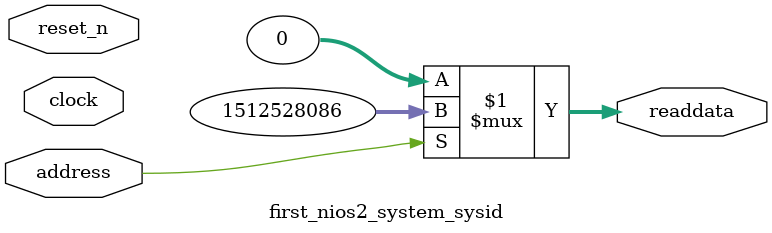
<source format=v>



// synthesis translate_off
`timescale 1ns / 1ps
// synthesis translate_on

// turn off superfluous verilog processor warnings 
// altera message_level Level1 
// altera message_off 10034 10035 10036 10037 10230 10240 10030 

module first_nios2_system_sysid (
               // inputs:
                address,
                clock,
                reset_n,

               // outputs:
                readdata
             )
;

  output  [ 31: 0] readdata;
  input            address;
  input            clock;
  input            reset_n;

  wire    [ 31: 0] readdata;
  //control_slave, which is an e_avalon_slave
  assign readdata = address ? 1512528086 : 0;

endmodule



</source>
